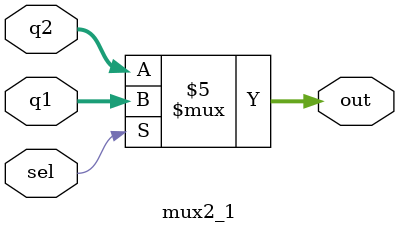
<source format=v>
`timescale 1ns / 1ps


module mux2_1#(parameter DATA_WIDTH = 8)(q1,q2,sel,out);
    input [DATA_WIDTH-1:0]q1;
    input [DATA_WIDTH-1:0]q2;
    input sel; 
    output reg [DATA_WIDTH-1:0]out;
    
    initial
    begin
        out=0;
    end
    
    always@(sel or q1 or q2)
    begin
        if (sel == 1) begin
            out<=q1;
        end
        else begin
            out<=q2;
        end
    end
endmodule


</source>
